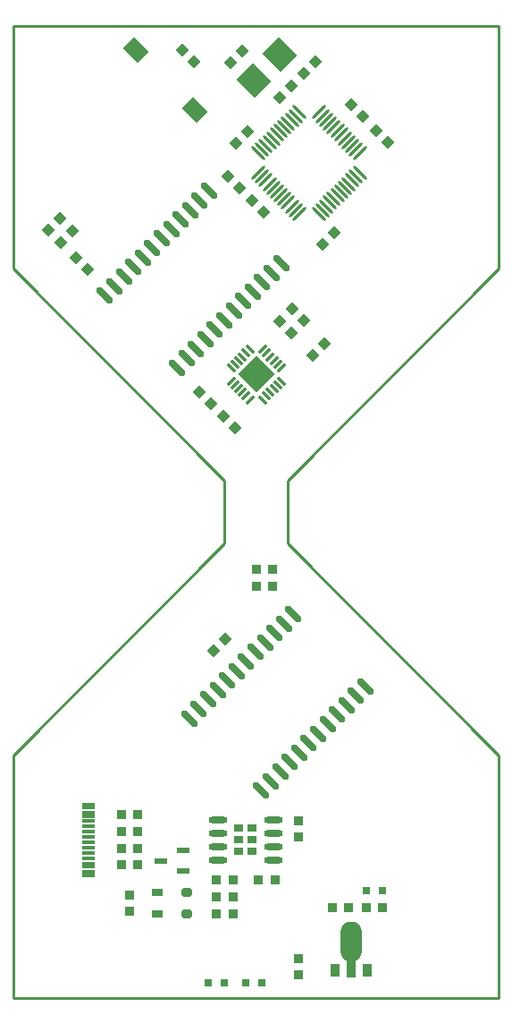
<source format=gbp>
G04*
G04 #@! TF.GenerationSoftware,Altium Limited,Altium Designer,22.1.2 (22)*
G04*
G04 Layer_Color=128*
%FSLAX25Y25*%
%MOIN*%
G70*
G04*
G04 #@! TF.SameCoordinates,38FC0847-7AA4-42F0-B2C1-92E1326FFF72*
G04*
G04*
G04 #@! TF.FilePolarity,Positive*
G04*
G01*
G75*
%ADD10C,0.01000*%
%ADD48R,0.04528X0.01181*%
%ADD49R,0.04520X0.01180*%
G04:AMPARAMS|DCode=50|XSize=35.43mil|YSize=33.47mil|CornerRadius=0mil|HoleSize=0mil|Usage=FLASHONLY|Rotation=315.000|XOffset=0mil|YOffset=0mil|HoleType=Round|Shape=Rectangle|*
%AMROTATEDRECTD50*
4,1,4,-0.02436,0.00070,-0.00070,0.02436,0.02436,-0.00070,0.00070,-0.02436,-0.02436,0.00070,0.0*
%
%ADD50ROTATEDRECTD50*%

G04:AMPARAMS|DCode=51|XSize=35.43mil|YSize=33.47mil|CornerRadius=0mil|HoleSize=0mil|Usage=FLASHONLY|Rotation=225.000|XOffset=0mil|YOffset=0mil|HoleType=Round|Shape=Rectangle|*
%AMROTATEDRECTD51*
4,1,4,0.00070,0.02436,0.02436,0.00070,-0.00070,-0.02436,-0.02436,-0.00070,0.00070,0.02436,0.0*
%
%ADD51ROTATEDRECTD51*%

%ADD52R,0.03543X0.03347*%
%ADD53R,0.03000X0.03000*%
G04:AMPARAMS|DCode=54|XSize=78.74mil|YSize=59.06mil|CornerRadius=0mil|HoleSize=0mil|Usage=FLASHONLY|Rotation=135.000|XOffset=0mil|YOffset=0mil|HoleType=Round|Shape=Rectangle|*
%AMROTATEDRECTD54*
4,1,4,0.04872,-0.00696,0.00696,-0.04872,-0.04872,0.00696,-0.00696,0.04872,0.04872,-0.00696,0.0*
%
%ADD54ROTATEDRECTD54*%

G04:AMPARAMS|DCode=55|XSize=94.49mil|YSize=86.61mil|CornerRadius=0mil|HoleSize=0mil|Usage=FLASHONLY|Rotation=135.000|XOffset=0mil|YOffset=0mil|HoleType=Round|Shape=Rectangle|*
%AMROTATEDRECTD55*
4,1,4,0.06403,-0.00278,0.00278,-0.06403,-0.06403,0.00278,-0.00278,0.06403,0.06403,-0.00278,0.0*
%
%ADD55ROTATEDRECTD55*%

G04:AMPARAMS|DCode=56|XSize=11.81mil|YSize=70.87mil|CornerRadius=0mil|HoleSize=0mil|Usage=FLASHONLY|Rotation=225.000|XOffset=0mil|YOffset=0mil|HoleType=Round|Shape=Round|*
%AMOVALD56*
21,1,0.05906,0.01181,0.00000,0.00000,315.0*
1,1,0.01181,-0.02088,0.02088*
1,1,0.01181,0.02088,-0.02088*
%
%ADD56OVALD56*%

G04:AMPARAMS|DCode=57|XSize=11.81mil|YSize=70.87mil|CornerRadius=0mil|HoleSize=0mil|Usage=FLASHONLY|Rotation=315.000|XOffset=0mil|YOffset=0mil|HoleType=Round|Shape=Round|*
%AMOVALD57*
21,1,0.05906,0.01181,0.00000,0.00000,45.0*
1,1,0.01181,-0.02088,-0.02088*
1,1,0.01181,0.02088,0.02088*
%
%ADD57OVALD57*%

%ADD58R,0.03402X0.05000*%
%ADD59R,0.03400X0.10000*%
%ADD60O,0.08000X0.15000*%
G04:AMPARAMS|DCode=61|XSize=80mil|YSize=24mil|CornerRadius=0mil|HoleSize=0mil|Usage=FLASHONLY|Rotation=135.000|XOffset=0mil|YOffset=0mil|HoleType=Round|Shape=Round|*
%AMOVALD61*
21,1,0.05600,0.02400,0.00000,0.00000,135.0*
1,1,0.02400,0.01980,-0.01980*
1,1,0.02400,-0.01980,0.01980*
%
%ADD61OVALD61*%

%ADD62R,0.03347X0.03543*%
%ADD63P,0.13919X4X180.0*%
G04:AMPARAMS|DCode=64|XSize=11.81mil|YSize=39.37mil|CornerRadius=0mil|HoleSize=0mil|Usage=FLASHONLY|Rotation=135.000|XOffset=0mil|YOffset=0mil|HoleType=Round|Shape=Rectangle|*
%AMROTATEDRECTD64*
4,1,4,0.01810,0.00974,-0.00974,-0.01810,-0.01810,-0.00974,0.00974,0.01810,0.01810,0.00974,0.0*
%
%ADD64ROTATEDRECTD64*%

G04:AMPARAMS|DCode=65|XSize=11.81mil|YSize=39.37mil|CornerRadius=0mil|HoleSize=0mil|Usage=FLASHONLY|Rotation=45.000|XOffset=0mil|YOffset=0mil|HoleType=Round|Shape=Rectangle|*
%AMROTATEDRECTD65*
4,1,4,0.00974,-0.01810,-0.01810,0.00974,-0.00974,0.01810,0.01810,-0.00974,0.00974,-0.01810,0.0*
%
%ADD65ROTATEDRECTD65*%

%ADD66R,0.05118X0.02362*%
%ADD67R,0.03937X0.03150*%
G04:AMPARAMS|DCode=68|XSize=39.37mil|YSize=31.5mil|CornerRadius=0mil|HoleSize=0mil|Usage=FLASHONLY|Rotation=0.000|XOffset=0mil|YOffset=0mil|HoleType=Round|Shape=Octagon|*
%AMOCTAGOND68*
4,1,8,0.01968,-0.00787,0.01968,0.00787,0.01181,0.01575,-0.01181,0.01575,-0.01968,0.00787,-0.01968,-0.00787,-0.01181,-0.01575,0.01181,-0.01575,0.01968,-0.00787,0.0*
%
%ADD68OCTAGOND68*%

%ADD70O,0.07087X0.02400*%
%ADD94R,0.03543X0.02756*%
D10*
X102362Y169291D02*
Y192913D01*
X78740Y169291D02*
Y192913D01*
X0Y271654D02*
X78740Y192913D01*
X0Y271654D02*
Y362205D01*
Y90551D02*
X78740Y169291D01*
X102362Y192913D02*
X181102Y271654D01*
X102362Y169291D02*
X181102Y90551D01*
X0Y362205D02*
X181102D01*
X0Y0D02*
X181102D01*
Y90551D01*
Y271654D02*
Y362205D01*
X0Y0D02*
Y90551D01*
X102362Y169291D02*
Y192913D01*
X78740Y169291D02*
Y192913D01*
X0Y271654D02*
X78740Y192913D01*
X0Y271654D02*
Y362205D01*
Y90551D02*
X78740Y169291D01*
X102362Y192913D02*
X181102Y271654D01*
X102362Y169291D02*
X181102Y90551D01*
X0Y362205D02*
X181102D01*
X0Y0D02*
X181102D01*
Y90551D01*
Y271654D02*
Y362205D01*
X0Y0D02*
Y90551D01*
D48*
X27854Y72244D02*
D03*
Y71063D02*
D03*
X27854Y69095D02*
D03*
Y67913D02*
D03*
X27854Y65945D02*
D03*
Y62008D02*
D03*
X27848Y60039D02*
D03*
X27854Y58071D02*
D03*
X27846Y56102D02*
D03*
X27855Y54134D02*
D03*
X27838Y50197D02*
D03*
Y49016D02*
D03*
X27848Y47047D02*
D03*
Y45866D02*
D03*
D49*
X27854Y63976D02*
D03*
X27853Y52166D02*
D03*
D50*
X108157Y252343D02*
D03*
X103842Y256658D02*
D03*
X130157Y328343D02*
D03*
X125842Y332658D02*
D03*
X139657Y318843D02*
D03*
X135342Y323158D02*
D03*
X67315Y348685D02*
D03*
X63000Y353000D02*
D03*
X93157Y292843D02*
D03*
X88842Y297158D02*
D03*
X79843Y306157D02*
D03*
X84158Y301842D02*
D03*
X82657Y212343D02*
D03*
X78342Y216658D02*
D03*
X23433Y275779D02*
D03*
X27748Y271464D02*
D03*
X103657Y247843D02*
D03*
X99342Y252158D02*
D03*
X73657Y221343D02*
D03*
X69342Y225658D02*
D03*
D51*
X111500Y239500D02*
D03*
X115815Y243815D02*
D03*
X115343Y280843D02*
D03*
X119658Y285158D02*
D03*
X112657Y348657D02*
D03*
X108342Y344342D02*
D03*
X103657Y339657D02*
D03*
X99342Y335342D02*
D03*
X80843Y348343D02*
D03*
X85158Y352658D02*
D03*
X87157Y322657D02*
D03*
X82842Y318342D02*
D03*
X17118Y290347D02*
D03*
X12803Y286032D02*
D03*
X21843Y285622D02*
D03*
X17528Y281307D02*
D03*
X78929Y133653D02*
D03*
X74614Y129338D02*
D03*
D52*
X131595Y33858D02*
D03*
X137697D02*
D03*
X40256Y62205D02*
D03*
X46359D02*
D03*
X40256Y55905D02*
D03*
X46359D02*
D03*
X75689Y31496D02*
D03*
X81792D02*
D03*
X75689Y37795D02*
D03*
X81792D02*
D03*
X46358Y49606D02*
D03*
X40256D02*
D03*
X46358Y68504D02*
D03*
X40256D02*
D03*
X75689Y44094D02*
D03*
X81792D02*
D03*
X97539D02*
D03*
X91437D02*
D03*
X118996Y33858D02*
D03*
X125099D02*
D03*
X90650Y159843D02*
D03*
X96752D02*
D03*
X90650Y153543D02*
D03*
X96752D02*
D03*
D53*
X137646Y40157D02*
D03*
X131646D02*
D03*
X92500Y5905D02*
D03*
X86500D02*
D03*
X72500Y5906D02*
D03*
X78500D02*
D03*
D54*
X45540Y352960D02*
D03*
X67568Y330821D02*
D03*
D55*
X99360Y351328D02*
D03*
X89616Y341585D02*
D03*
D56*
X91306Y314643D02*
D03*
X92698Y316035D02*
D03*
X94090Y317427D02*
D03*
X95482Y318818D02*
D03*
X96874Y320210D02*
D03*
X98265Y321602D02*
D03*
X99657Y322994D02*
D03*
X101049Y324386D02*
D03*
X102441Y325778D02*
D03*
X103833Y327170D02*
D03*
X105225Y328562D02*
D03*
X106617Y329954D02*
D03*
X129167Y307405D02*
D03*
X127775Y306013D02*
D03*
X126383Y304621D02*
D03*
X124991Y303229D02*
D03*
X123599Y301837D02*
D03*
X122207Y300445D02*
D03*
X120815Y299053D02*
D03*
X119423Y297661D02*
D03*
X118031Y296269D02*
D03*
X116639Y294877D02*
D03*
X115247Y293485D02*
D03*
X113855Y292093D02*
D03*
D57*
Y329954D02*
D03*
X115247Y328562D02*
D03*
X116639Y327170D02*
D03*
X118031Y325778D02*
D03*
X119423Y324386D02*
D03*
X120815Y322994D02*
D03*
X122207Y321602D02*
D03*
X123599Y320210D02*
D03*
X124991Y318818D02*
D03*
X126383Y317426D02*
D03*
X127775Y316035D02*
D03*
X129167Y314643D02*
D03*
X106617Y292093D02*
D03*
X105225Y293485D02*
D03*
X103833Y294877D02*
D03*
X102441Y296269D02*
D03*
X101049Y297661D02*
D03*
X99657Y299053D02*
D03*
X98265Y300445D02*
D03*
X96874Y301837D02*
D03*
X95482Y303229D02*
D03*
X94090Y304621D02*
D03*
X92698Y306013D02*
D03*
X91306Y307405D02*
D03*
D58*
X131984Y10301D02*
D03*
X119984D02*
D03*
D59*
X125984Y12801D02*
D03*
D60*
Y21195D02*
D03*
D61*
X72939Y300597D02*
D03*
X69404Y297061D02*
D03*
X65869Y293526D02*
D03*
X62333Y289990D02*
D03*
X58797Y286455D02*
D03*
X55262Y282919D02*
D03*
X51726Y279384D02*
D03*
X48191Y275848D02*
D03*
X44655Y272313D02*
D03*
X41120Y268777D02*
D03*
X37584Y265242D02*
D03*
X34049Y261706D02*
D03*
X60919Y234836D02*
D03*
X64454Y238372D02*
D03*
X67990Y241907D02*
D03*
X71525Y245443D02*
D03*
X75061Y248978D02*
D03*
X78596Y252514D02*
D03*
X82132Y256049D02*
D03*
X85668Y259585D02*
D03*
X89203Y263120D02*
D03*
X92738Y266656D02*
D03*
X96274Y270191D02*
D03*
X99810Y273727D02*
D03*
X131306Y116247D02*
D03*
X127770Y112711D02*
D03*
X124235Y109176D02*
D03*
X120699Y105640D02*
D03*
X117164Y102104D02*
D03*
X113628Y98569D02*
D03*
X110092Y95033D02*
D03*
X106557Y91498D02*
D03*
X103021Y87962D02*
D03*
X99486Y84427D02*
D03*
X95950Y80891D02*
D03*
X92415Y77356D02*
D03*
X65545Y104226D02*
D03*
X69080Y107761D02*
D03*
X72616Y111297D02*
D03*
X76151Y114832D02*
D03*
X79687Y118368D02*
D03*
X83222Y121904D02*
D03*
X86758Y125439D02*
D03*
X90294Y128974D02*
D03*
X93829Y132510D02*
D03*
X97364Y136046D02*
D03*
X100900Y139581D02*
D03*
X104436Y143117D02*
D03*
D62*
X43307Y38484D02*
D03*
Y32382D02*
D03*
X106299Y59941D02*
D03*
Y66044D02*
D03*
Y8760D02*
D03*
Y14863D02*
D03*
D63*
X90551Y232283D02*
D03*
D64*
X99947Y234719D02*
D03*
X98555Y236111D02*
D03*
X97163Y237503D02*
D03*
X95771Y238895D02*
D03*
X94379Y240287D02*
D03*
X92987Y241679D02*
D03*
X81156Y229848D02*
D03*
X82547Y228456D02*
D03*
X83939Y227064D02*
D03*
X85331Y225672D02*
D03*
X86723Y224280D02*
D03*
X88115Y222888D02*
D03*
D65*
X88115Y241679D02*
D03*
X86723Y240287D02*
D03*
X85331Y238895D02*
D03*
X83939Y237503D02*
D03*
X82547Y236111D02*
D03*
X81156Y234719D02*
D03*
X92987Y222888D02*
D03*
X94379Y224280D02*
D03*
X95771Y225672D02*
D03*
X97163Y227064D02*
D03*
X98555Y228456D02*
D03*
X99947Y229848D02*
D03*
D66*
X54921Y51181D02*
D03*
X63189Y47441D02*
D03*
Y54921D02*
D03*
D67*
X53543Y31496D02*
D03*
Y39370D02*
D03*
D68*
X64567Y31496D02*
D03*
Y39370D02*
D03*
D70*
X76181Y51555D02*
D03*
Y56555D02*
D03*
Y61555D02*
D03*
Y66555D02*
D03*
X97047Y51555D02*
D03*
Y56555D02*
D03*
Y61555D02*
D03*
Y66555D02*
D03*
D94*
X89075Y63386D02*
D03*
X84055D02*
D03*
Y59055D02*
D03*
X89075D02*
D03*
X84055Y54724D02*
D03*
X89075D02*
D03*
M02*

</source>
